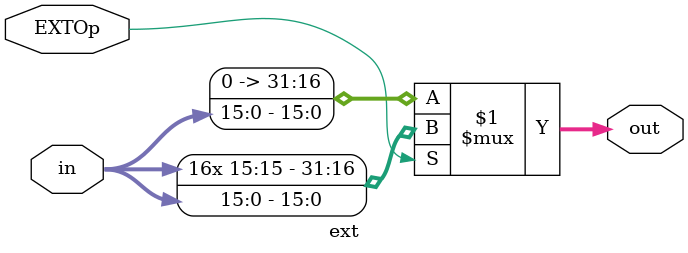
<source format=v>
`timescale 1ns / 1ps

module ext(
    input [15:0] in,
    input EXTOp,
    output [31:0] out
    );
	 
	 assign out = EXTOp ? {{16{in[15]}}, in} : {16'b0, in};

endmodule

</source>
